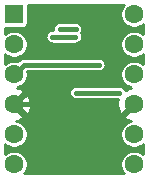
<source format=gbr>
G04 #@! TF.GenerationSoftware,KiCad,Pcbnew,(5.1.5)-3*
G04 #@! TF.CreationDate,2020-05-06T05:02:29-04:00*
G04 #@! TF.ProjectId,pi1541translator,70693135-3431-4747-9261-6e736c61746f,rev?*
G04 #@! TF.SameCoordinates,Original*
G04 #@! TF.FileFunction,Copper,L2,Bot*
G04 #@! TF.FilePolarity,Positive*
%FSLAX46Y46*%
G04 Gerber Fmt 4.6, Leading zero omitted, Abs format (unit mm)*
G04 Created by KiCad (PCBNEW (5.1.5)-3) date 2020-05-06 05:02:29*
%MOMM*%
%LPD*%
G04 APERTURE LIST*
%ADD10R,1.600000X1.600000*%
%ADD11C,1.600000*%
%ADD12C,0.350000*%
%ADD13C,0.450000*%
%ADD14C,0.234000*%
G04 APERTURE END LIST*
D10*
X144268501Y-42986001D03*
D11*
X144268501Y-45526001D03*
X144268501Y-48066001D03*
X144268501Y-50606001D03*
X144268501Y-53146001D03*
X144268501Y-55686001D03*
X154428501Y-55686001D03*
X154428501Y-53146001D03*
X154428501Y-50606001D03*
X154428501Y-48066001D03*
X154428501Y-45526001D03*
X154428501Y-42986001D03*
D12*
X151447500Y-47244000D03*
X151447500Y-52070000D03*
X145796000Y-42291000D03*
X153035000Y-42291000D03*
X153098500Y-56388000D03*
X145605500Y-56388000D03*
X145605500Y-44386500D03*
X152654000Y-47688500D03*
X155003500Y-54419500D03*
X143700500Y-54419500D03*
X155194000Y-44259500D03*
X153203500Y-49615500D03*
X149501000Y-49615500D03*
X149485513Y-44196000D03*
X148145500Y-44196000D03*
X149479000Y-44894500D03*
X147510500Y-44894500D03*
D13*
X145090502Y-47244000D02*
X144268501Y-48066001D01*
X151447500Y-47244000D02*
X145090502Y-47244000D01*
X149983501Y-50606001D02*
X151447500Y-52070000D01*
X144268501Y-50606001D02*
X149983501Y-50606001D01*
X152964502Y-52070000D02*
X154428501Y-50606001D01*
X151447500Y-52070000D02*
X152964502Y-52070000D01*
X153203500Y-49615500D02*
X149501000Y-49615500D01*
X149501000Y-49615500D02*
X149501000Y-49615500D01*
X149485513Y-44196000D02*
X149485513Y-44196000D01*
X149485513Y-44196000D02*
X148145500Y-44196000D01*
X148145500Y-44196000D02*
X148145500Y-44196000D01*
X149479000Y-44894500D02*
X147510500Y-44894500D01*
X147510500Y-44894500D02*
X147510500Y-44894500D01*
D14*
G36*
X153534461Y-42252281D02*
G01*
X153408498Y-42440798D01*
X153321733Y-42650267D01*
X153277501Y-42872637D01*
X153277501Y-43099365D01*
X153321733Y-43321735D01*
X153408498Y-43531204D01*
X153534461Y-43719721D01*
X153694781Y-43880041D01*
X153883298Y-44006004D01*
X154092767Y-44092769D01*
X154315137Y-44137001D01*
X154541865Y-44137001D01*
X154764235Y-44092769D01*
X154973704Y-44006004D01*
X155162221Y-43880041D01*
X155199000Y-43843262D01*
X155199000Y-44668740D01*
X155162221Y-44631961D01*
X154973704Y-44505998D01*
X154764235Y-44419233D01*
X154541865Y-44375001D01*
X154315137Y-44375001D01*
X154092767Y-44419233D01*
X153883298Y-44505998D01*
X153694781Y-44631961D01*
X153534461Y-44792281D01*
X153408498Y-44980798D01*
X153321733Y-45190267D01*
X153277501Y-45412637D01*
X153277501Y-45639365D01*
X153321733Y-45861735D01*
X153408498Y-46071204D01*
X153534461Y-46259721D01*
X153694781Y-46420041D01*
X153883298Y-46546004D01*
X154092767Y-46632769D01*
X154315137Y-46677001D01*
X154541865Y-46677001D01*
X154764235Y-46632769D01*
X154973704Y-46546004D01*
X155162221Y-46420041D01*
X155199000Y-46383262D01*
X155199000Y-47208740D01*
X155162221Y-47171961D01*
X154973704Y-47045998D01*
X154764235Y-46959233D01*
X154541865Y-46915001D01*
X154315137Y-46915001D01*
X154092767Y-46959233D01*
X153883298Y-47045998D01*
X153694781Y-47171961D01*
X153534461Y-47332281D01*
X153408498Y-47520798D01*
X153321733Y-47730267D01*
X153277501Y-47952637D01*
X153277501Y-48179365D01*
X153321733Y-48401735D01*
X153408498Y-48611204D01*
X153534461Y-48799721D01*
X153694781Y-48960041D01*
X153883298Y-49086004D01*
X154092767Y-49172769D01*
X154214972Y-49197077D01*
X154070218Y-49219655D01*
X153806639Y-49316191D01*
X153721080Y-49361924D01*
X153684744Y-49293943D01*
X153612764Y-49206236D01*
X153525057Y-49134256D01*
X153424992Y-49080771D01*
X153316416Y-49047834D01*
X153231798Y-49039500D01*
X149472702Y-49039500D01*
X149388084Y-49047834D01*
X149279508Y-49080771D01*
X149179443Y-49134256D01*
X149091736Y-49206236D01*
X149019756Y-49293943D01*
X148966271Y-49394008D01*
X148933334Y-49502584D01*
X148922213Y-49615500D01*
X148933334Y-49728416D01*
X148966271Y-49836992D01*
X149019756Y-49937057D01*
X149091736Y-50024764D01*
X149179443Y-50096744D01*
X149279508Y-50150229D01*
X149388084Y-50183166D01*
X149472702Y-50191500D01*
X153062722Y-50191500D01*
X153010575Y-50406480D01*
X152998896Y-50686937D01*
X153042155Y-50964284D01*
X153138691Y-51227863D01*
X153194862Y-51332951D01*
X153434827Y-51405928D01*
X154234754Y-50606001D01*
X154220612Y-50591859D01*
X154414359Y-50398112D01*
X154428501Y-50412254D01*
X154442644Y-50398112D01*
X154636391Y-50591859D01*
X154622248Y-50606001D01*
X154636391Y-50620144D01*
X154442644Y-50813891D01*
X154428501Y-50799748D01*
X153628574Y-51599675D01*
X153701551Y-51839640D01*
X153956190Y-51957757D01*
X154202278Y-52017450D01*
X154092767Y-52039233D01*
X153883298Y-52125998D01*
X153694781Y-52251961D01*
X153534461Y-52412281D01*
X153408498Y-52600798D01*
X153321733Y-52810267D01*
X153277501Y-53032637D01*
X153277501Y-53259365D01*
X153321733Y-53481735D01*
X153408498Y-53691204D01*
X153534461Y-53879721D01*
X153694781Y-54040041D01*
X153883298Y-54166004D01*
X154092767Y-54252769D01*
X154315137Y-54297001D01*
X154541865Y-54297001D01*
X154764235Y-54252769D01*
X154973704Y-54166004D01*
X155162221Y-54040041D01*
X155199001Y-54003261D01*
X155199001Y-54828741D01*
X155162221Y-54791961D01*
X154973704Y-54665998D01*
X154764235Y-54579233D01*
X154541865Y-54535001D01*
X154315137Y-54535001D01*
X154092767Y-54579233D01*
X153883298Y-54665998D01*
X153694781Y-54791961D01*
X153534461Y-54952281D01*
X153408498Y-55140798D01*
X153321733Y-55350267D01*
X153277501Y-55572637D01*
X153277501Y-55799365D01*
X153321733Y-56021735D01*
X153408498Y-56231204D01*
X153534461Y-56419721D01*
X153571240Y-56456500D01*
X145125762Y-56456500D01*
X145162541Y-56419721D01*
X145288504Y-56231204D01*
X145375269Y-56021735D01*
X145419501Y-55799365D01*
X145419501Y-55572637D01*
X145375269Y-55350267D01*
X145288504Y-55140798D01*
X145162541Y-54952281D01*
X145002221Y-54791961D01*
X144813704Y-54665998D01*
X144604235Y-54579233D01*
X144381865Y-54535001D01*
X144155137Y-54535001D01*
X143932767Y-54579233D01*
X143723298Y-54665998D01*
X143534781Y-54791961D01*
X143505000Y-54821742D01*
X143505000Y-54010260D01*
X143534781Y-54040041D01*
X143723298Y-54166004D01*
X143932767Y-54252769D01*
X144155137Y-54297001D01*
X144381865Y-54297001D01*
X144604235Y-54252769D01*
X144813704Y-54166004D01*
X145002221Y-54040041D01*
X145162541Y-53879721D01*
X145288504Y-53691204D01*
X145375269Y-53481735D01*
X145419501Y-53259365D01*
X145419501Y-53032637D01*
X145375269Y-52810267D01*
X145288504Y-52600798D01*
X145162541Y-52412281D01*
X145002221Y-52251961D01*
X144813704Y-52125998D01*
X144604235Y-52039233D01*
X144482030Y-52014925D01*
X144626784Y-51992347D01*
X144890363Y-51895811D01*
X144995451Y-51839640D01*
X145068428Y-51599675D01*
X144268501Y-50799748D01*
X144254359Y-50813891D01*
X144060612Y-50620144D01*
X144074754Y-50606001D01*
X144462248Y-50606001D01*
X145262175Y-51405928D01*
X145502140Y-51332951D01*
X145620257Y-51078312D01*
X145686427Y-50805522D01*
X145698106Y-50525065D01*
X145654847Y-50247718D01*
X145558311Y-49984139D01*
X145502140Y-49879051D01*
X145262175Y-49806074D01*
X144462248Y-50606001D01*
X144074754Y-50606001D01*
X144060612Y-50591859D01*
X144254359Y-50398112D01*
X144268501Y-50412254D01*
X145068428Y-49612327D01*
X144995451Y-49372362D01*
X144740812Y-49254245D01*
X144494724Y-49194552D01*
X144604235Y-49172769D01*
X144813704Y-49086004D01*
X145002221Y-48960041D01*
X145162541Y-48799721D01*
X145288504Y-48611204D01*
X145375269Y-48401735D01*
X145419501Y-48179365D01*
X145419501Y-47952637D01*
X145393118Y-47820000D01*
X151475798Y-47820000D01*
X151560416Y-47811666D01*
X151668992Y-47778729D01*
X151769057Y-47725244D01*
X151856764Y-47653264D01*
X151928744Y-47565557D01*
X151982229Y-47465492D01*
X152015166Y-47356916D01*
X152026287Y-47244000D01*
X152015166Y-47131084D01*
X151982229Y-47022508D01*
X151928744Y-46922443D01*
X151856764Y-46834736D01*
X151769057Y-46762756D01*
X151668992Y-46709271D01*
X151560416Y-46676334D01*
X151475798Y-46668000D01*
X145118792Y-46668000D01*
X145090502Y-46665214D01*
X145062212Y-46668000D01*
X145062204Y-46668000D01*
X144977586Y-46676334D01*
X144869010Y-46709271D01*
X144768945Y-46762756D01*
X144681238Y-46834736D01*
X144663200Y-46856715D01*
X144567908Y-46952007D01*
X144381865Y-46915001D01*
X144155137Y-46915001D01*
X143932767Y-46959233D01*
X143723298Y-47045998D01*
X143534781Y-47171961D01*
X143505000Y-47201742D01*
X143505000Y-46390260D01*
X143534781Y-46420041D01*
X143723298Y-46546004D01*
X143932767Y-46632769D01*
X144155137Y-46677001D01*
X144381865Y-46677001D01*
X144604235Y-46632769D01*
X144813704Y-46546004D01*
X145002221Y-46420041D01*
X145162541Y-46259721D01*
X145288504Y-46071204D01*
X145375269Y-45861735D01*
X145419501Y-45639365D01*
X145419501Y-45412637D01*
X145375269Y-45190267D01*
X145288504Y-44980798D01*
X145230842Y-44894500D01*
X146931713Y-44894500D01*
X146942834Y-45007416D01*
X146975771Y-45115992D01*
X147029256Y-45216057D01*
X147101236Y-45303764D01*
X147188943Y-45375744D01*
X147289008Y-45429229D01*
X147397584Y-45462166D01*
X147482202Y-45470500D01*
X149507298Y-45470500D01*
X149591916Y-45462166D01*
X149700492Y-45429229D01*
X149800557Y-45375744D01*
X149888264Y-45303764D01*
X149960244Y-45216057D01*
X150013729Y-45115992D01*
X150046666Y-45007416D01*
X150057787Y-44894500D01*
X150046666Y-44781584D01*
X150013729Y-44673008D01*
X149960244Y-44572943D01*
X149940773Y-44549218D01*
X149966757Y-44517557D01*
X150020242Y-44417492D01*
X150053179Y-44308916D01*
X150064300Y-44196000D01*
X150053179Y-44083084D01*
X150020242Y-43974508D01*
X149966757Y-43874443D01*
X149894777Y-43786736D01*
X149807070Y-43714756D01*
X149707005Y-43661271D01*
X149598429Y-43628334D01*
X149513811Y-43620000D01*
X148117202Y-43620000D01*
X148032584Y-43628334D01*
X147924008Y-43661271D01*
X147823943Y-43714756D01*
X147736236Y-43786736D01*
X147664256Y-43874443D01*
X147610771Y-43974508D01*
X147577834Y-44083084D01*
X147566713Y-44196000D01*
X147577834Y-44308916D01*
X147580741Y-44318500D01*
X147482202Y-44318500D01*
X147397584Y-44326834D01*
X147289008Y-44359771D01*
X147188943Y-44413256D01*
X147101236Y-44485236D01*
X147029256Y-44572943D01*
X146975771Y-44673008D01*
X146942834Y-44781584D01*
X146931713Y-44894500D01*
X145230842Y-44894500D01*
X145162541Y-44792281D01*
X145002221Y-44631961D01*
X144813704Y-44505998D01*
X144604235Y-44419233D01*
X144381865Y-44375001D01*
X144155137Y-44375001D01*
X143932767Y-44419233D01*
X143723298Y-44505998D01*
X143534781Y-44631961D01*
X143505000Y-44661742D01*
X143505000Y-44138699D01*
X145068501Y-44138699D01*
X145137309Y-44131922D01*
X145203473Y-44111851D01*
X145264450Y-44079259D01*
X145317896Y-44035396D01*
X145361759Y-43981950D01*
X145394351Y-43920973D01*
X145414422Y-43854809D01*
X145421199Y-43786001D01*
X145421199Y-42222500D01*
X153564242Y-42222500D01*
X153534461Y-42252281D01*
G37*
X153534461Y-42252281D02*
X153408498Y-42440798D01*
X153321733Y-42650267D01*
X153277501Y-42872637D01*
X153277501Y-43099365D01*
X153321733Y-43321735D01*
X153408498Y-43531204D01*
X153534461Y-43719721D01*
X153694781Y-43880041D01*
X153883298Y-44006004D01*
X154092767Y-44092769D01*
X154315137Y-44137001D01*
X154541865Y-44137001D01*
X154764235Y-44092769D01*
X154973704Y-44006004D01*
X155162221Y-43880041D01*
X155199000Y-43843262D01*
X155199000Y-44668740D01*
X155162221Y-44631961D01*
X154973704Y-44505998D01*
X154764235Y-44419233D01*
X154541865Y-44375001D01*
X154315137Y-44375001D01*
X154092767Y-44419233D01*
X153883298Y-44505998D01*
X153694781Y-44631961D01*
X153534461Y-44792281D01*
X153408498Y-44980798D01*
X153321733Y-45190267D01*
X153277501Y-45412637D01*
X153277501Y-45639365D01*
X153321733Y-45861735D01*
X153408498Y-46071204D01*
X153534461Y-46259721D01*
X153694781Y-46420041D01*
X153883298Y-46546004D01*
X154092767Y-46632769D01*
X154315137Y-46677001D01*
X154541865Y-46677001D01*
X154764235Y-46632769D01*
X154973704Y-46546004D01*
X155162221Y-46420041D01*
X155199000Y-46383262D01*
X155199000Y-47208740D01*
X155162221Y-47171961D01*
X154973704Y-47045998D01*
X154764235Y-46959233D01*
X154541865Y-46915001D01*
X154315137Y-46915001D01*
X154092767Y-46959233D01*
X153883298Y-47045998D01*
X153694781Y-47171961D01*
X153534461Y-47332281D01*
X153408498Y-47520798D01*
X153321733Y-47730267D01*
X153277501Y-47952637D01*
X153277501Y-48179365D01*
X153321733Y-48401735D01*
X153408498Y-48611204D01*
X153534461Y-48799721D01*
X153694781Y-48960041D01*
X153883298Y-49086004D01*
X154092767Y-49172769D01*
X154214972Y-49197077D01*
X154070218Y-49219655D01*
X153806639Y-49316191D01*
X153721080Y-49361924D01*
X153684744Y-49293943D01*
X153612764Y-49206236D01*
X153525057Y-49134256D01*
X153424992Y-49080771D01*
X153316416Y-49047834D01*
X153231798Y-49039500D01*
X149472702Y-49039500D01*
X149388084Y-49047834D01*
X149279508Y-49080771D01*
X149179443Y-49134256D01*
X149091736Y-49206236D01*
X149019756Y-49293943D01*
X148966271Y-49394008D01*
X148933334Y-49502584D01*
X148922213Y-49615500D01*
X148933334Y-49728416D01*
X148966271Y-49836992D01*
X149019756Y-49937057D01*
X149091736Y-50024764D01*
X149179443Y-50096744D01*
X149279508Y-50150229D01*
X149388084Y-50183166D01*
X149472702Y-50191500D01*
X153062722Y-50191500D01*
X153010575Y-50406480D01*
X152998896Y-50686937D01*
X153042155Y-50964284D01*
X153138691Y-51227863D01*
X153194862Y-51332951D01*
X153434827Y-51405928D01*
X154234754Y-50606001D01*
X154220612Y-50591859D01*
X154414359Y-50398112D01*
X154428501Y-50412254D01*
X154442644Y-50398112D01*
X154636391Y-50591859D01*
X154622248Y-50606001D01*
X154636391Y-50620144D01*
X154442644Y-50813891D01*
X154428501Y-50799748D01*
X153628574Y-51599675D01*
X153701551Y-51839640D01*
X153956190Y-51957757D01*
X154202278Y-52017450D01*
X154092767Y-52039233D01*
X153883298Y-52125998D01*
X153694781Y-52251961D01*
X153534461Y-52412281D01*
X153408498Y-52600798D01*
X153321733Y-52810267D01*
X153277501Y-53032637D01*
X153277501Y-53259365D01*
X153321733Y-53481735D01*
X153408498Y-53691204D01*
X153534461Y-53879721D01*
X153694781Y-54040041D01*
X153883298Y-54166004D01*
X154092767Y-54252769D01*
X154315137Y-54297001D01*
X154541865Y-54297001D01*
X154764235Y-54252769D01*
X154973704Y-54166004D01*
X155162221Y-54040041D01*
X155199001Y-54003261D01*
X155199001Y-54828741D01*
X155162221Y-54791961D01*
X154973704Y-54665998D01*
X154764235Y-54579233D01*
X154541865Y-54535001D01*
X154315137Y-54535001D01*
X154092767Y-54579233D01*
X153883298Y-54665998D01*
X153694781Y-54791961D01*
X153534461Y-54952281D01*
X153408498Y-55140798D01*
X153321733Y-55350267D01*
X153277501Y-55572637D01*
X153277501Y-55799365D01*
X153321733Y-56021735D01*
X153408498Y-56231204D01*
X153534461Y-56419721D01*
X153571240Y-56456500D01*
X145125762Y-56456500D01*
X145162541Y-56419721D01*
X145288504Y-56231204D01*
X145375269Y-56021735D01*
X145419501Y-55799365D01*
X145419501Y-55572637D01*
X145375269Y-55350267D01*
X145288504Y-55140798D01*
X145162541Y-54952281D01*
X145002221Y-54791961D01*
X144813704Y-54665998D01*
X144604235Y-54579233D01*
X144381865Y-54535001D01*
X144155137Y-54535001D01*
X143932767Y-54579233D01*
X143723298Y-54665998D01*
X143534781Y-54791961D01*
X143505000Y-54821742D01*
X143505000Y-54010260D01*
X143534781Y-54040041D01*
X143723298Y-54166004D01*
X143932767Y-54252769D01*
X144155137Y-54297001D01*
X144381865Y-54297001D01*
X144604235Y-54252769D01*
X144813704Y-54166004D01*
X145002221Y-54040041D01*
X145162541Y-53879721D01*
X145288504Y-53691204D01*
X145375269Y-53481735D01*
X145419501Y-53259365D01*
X145419501Y-53032637D01*
X145375269Y-52810267D01*
X145288504Y-52600798D01*
X145162541Y-52412281D01*
X145002221Y-52251961D01*
X144813704Y-52125998D01*
X144604235Y-52039233D01*
X144482030Y-52014925D01*
X144626784Y-51992347D01*
X144890363Y-51895811D01*
X144995451Y-51839640D01*
X145068428Y-51599675D01*
X144268501Y-50799748D01*
X144254359Y-50813891D01*
X144060612Y-50620144D01*
X144074754Y-50606001D01*
X144462248Y-50606001D01*
X145262175Y-51405928D01*
X145502140Y-51332951D01*
X145620257Y-51078312D01*
X145686427Y-50805522D01*
X145698106Y-50525065D01*
X145654847Y-50247718D01*
X145558311Y-49984139D01*
X145502140Y-49879051D01*
X145262175Y-49806074D01*
X144462248Y-50606001D01*
X144074754Y-50606001D01*
X144060612Y-50591859D01*
X144254359Y-50398112D01*
X144268501Y-50412254D01*
X145068428Y-49612327D01*
X144995451Y-49372362D01*
X144740812Y-49254245D01*
X144494724Y-49194552D01*
X144604235Y-49172769D01*
X144813704Y-49086004D01*
X145002221Y-48960041D01*
X145162541Y-48799721D01*
X145288504Y-48611204D01*
X145375269Y-48401735D01*
X145419501Y-48179365D01*
X145419501Y-47952637D01*
X145393118Y-47820000D01*
X151475798Y-47820000D01*
X151560416Y-47811666D01*
X151668992Y-47778729D01*
X151769057Y-47725244D01*
X151856764Y-47653264D01*
X151928744Y-47565557D01*
X151982229Y-47465492D01*
X152015166Y-47356916D01*
X152026287Y-47244000D01*
X152015166Y-47131084D01*
X151982229Y-47022508D01*
X151928744Y-46922443D01*
X151856764Y-46834736D01*
X151769057Y-46762756D01*
X151668992Y-46709271D01*
X151560416Y-46676334D01*
X151475798Y-46668000D01*
X145118792Y-46668000D01*
X145090502Y-46665214D01*
X145062212Y-46668000D01*
X145062204Y-46668000D01*
X144977586Y-46676334D01*
X144869010Y-46709271D01*
X144768945Y-46762756D01*
X144681238Y-46834736D01*
X144663200Y-46856715D01*
X144567908Y-46952007D01*
X144381865Y-46915001D01*
X144155137Y-46915001D01*
X143932767Y-46959233D01*
X143723298Y-47045998D01*
X143534781Y-47171961D01*
X143505000Y-47201742D01*
X143505000Y-46390260D01*
X143534781Y-46420041D01*
X143723298Y-46546004D01*
X143932767Y-46632769D01*
X144155137Y-46677001D01*
X144381865Y-46677001D01*
X144604235Y-46632769D01*
X144813704Y-46546004D01*
X145002221Y-46420041D01*
X145162541Y-46259721D01*
X145288504Y-46071204D01*
X145375269Y-45861735D01*
X145419501Y-45639365D01*
X145419501Y-45412637D01*
X145375269Y-45190267D01*
X145288504Y-44980798D01*
X145230842Y-44894500D01*
X146931713Y-44894500D01*
X146942834Y-45007416D01*
X146975771Y-45115992D01*
X147029256Y-45216057D01*
X147101236Y-45303764D01*
X147188943Y-45375744D01*
X147289008Y-45429229D01*
X147397584Y-45462166D01*
X147482202Y-45470500D01*
X149507298Y-45470500D01*
X149591916Y-45462166D01*
X149700492Y-45429229D01*
X149800557Y-45375744D01*
X149888264Y-45303764D01*
X149960244Y-45216057D01*
X150013729Y-45115992D01*
X150046666Y-45007416D01*
X150057787Y-44894500D01*
X150046666Y-44781584D01*
X150013729Y-44673008D01*
X149960244Y-44572943D01*
X149940773Y-44549218D01*
X149966757Y-44517557D01*
X150020242Y-44417492D01*
X150053179Y-44308916D01*
X150064300Y-44196000D01*
X150053179Y-44083084D01*
X150020242Y-43974508D01*
X149966757Y-43874443D01*
X149894777Y-43786736D01*
X149807070Y-43714756D01*
X149707005Y-43661271D01*
X149598429Y-43628334D01*
X149513811Y-43620000D01*
X148117202Y-43620000D01*
X148032584Y-43628334D01*
X147924008Y-43661271D01*
X147823943Y-43714756D01*
X147736236Y-43786736D01*
X147664256Y-43874443D01*
X147610771Y-43974508D01*
X147577834Y-44083084D01*
X147566713Y-44196000D01*
X147577834Y-44308916D01*
X147580741Y-44318500D01*
X147482202Y-44318500D01*
X147397584Y-44326834D01*
X147289008Y-44359771D01*
X147188943Y-44413256D01*
X147101236Y-44485236D01*
X147029256Y-44572943D01*
X146975771Y-44673008D01*
X146942834Y-44781584D01*
X146931713Y-44894500D01*
X145230842Y-44894500D01*
X145162541Y-44792281D01*
X145002221Y-44631961D01*
X144813704Y-44505998D01*
X144604235Y-44419233D01*
X144381865Y-44375001D01*
X144155137Y-44375001D01*
X143932767Y-44419233D01*
X143723298Y-44505998D01*
X143534781Y-44631961D01*
X143505000Y-44661742D01*
X143505000Y-44138699D01*
X145068501Y-44138699D01*
X145137309Y-44131922D01*
X145203473Y-44111851D01*
X145264450Y-44079259D01*
X145317896Y-44035396D01*
X145361759Y-43981950D01*
X145394351Y-43920973D01*
X145414422Y-43854809D01*
X145421199Y-43786001D01*
X145421199Y-42222500D01*
X153564242Y-42222500D01*
X153534461Y-42252281D01*
M02*

</source>
